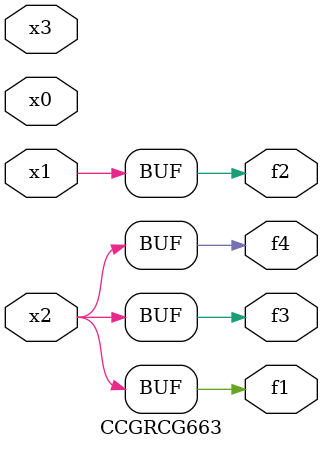
<source format=v>
module CCGRCG663(
	input x0, x1, x2, x3,
	output f1, f2, f3, f4
);
	assign f1 = x2;
	assign f2 = x1;
	assign f3 = x2;
	assign f4 = x2;
endmodule

</source>
